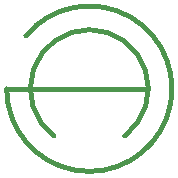
<source format=gbr>
%TF.GenerationSoftware,KiCad,Pcbnew,7.0.6*%
%TF.CreationDate,2023-09-28T21:06:28-04:00*%
%TF.ProjectId,Welder_Knob,57656c64-6572-45f4-9b6e-6f622e6b6963,rev?*%
%TF.SameCoordinates,Original*%
%TF.FileFunction,Legend,Bot*%
%TF.FilePolarity,Positive*%
%FSLAX46Y46*%
G04 Gerber Fmt 4.6, Leading zero omitted, Abs format (unit mm)*
G04 Created by KiCad (PCBNEW 7.0.6) date 2023-09-28 21:06:28*
%MOMM*%
%LPD*%
G01*
G04 APERTURE LIST*
%ADD10C,0.400000*%
G04 APERTURE END LIST*
D10*
X135877549Y-88481291D02*
X123877549Y-88481291D01*
X133877549Y-92481291D02*
G75*
G03*
X127877549Y-92481291I-3000000J3999999D01*
G01*
X123877549Y-88481291D02*
G75*
G03*
X125500000Y-84000000I6999997J1D01*
G01*
M02*

</source>
